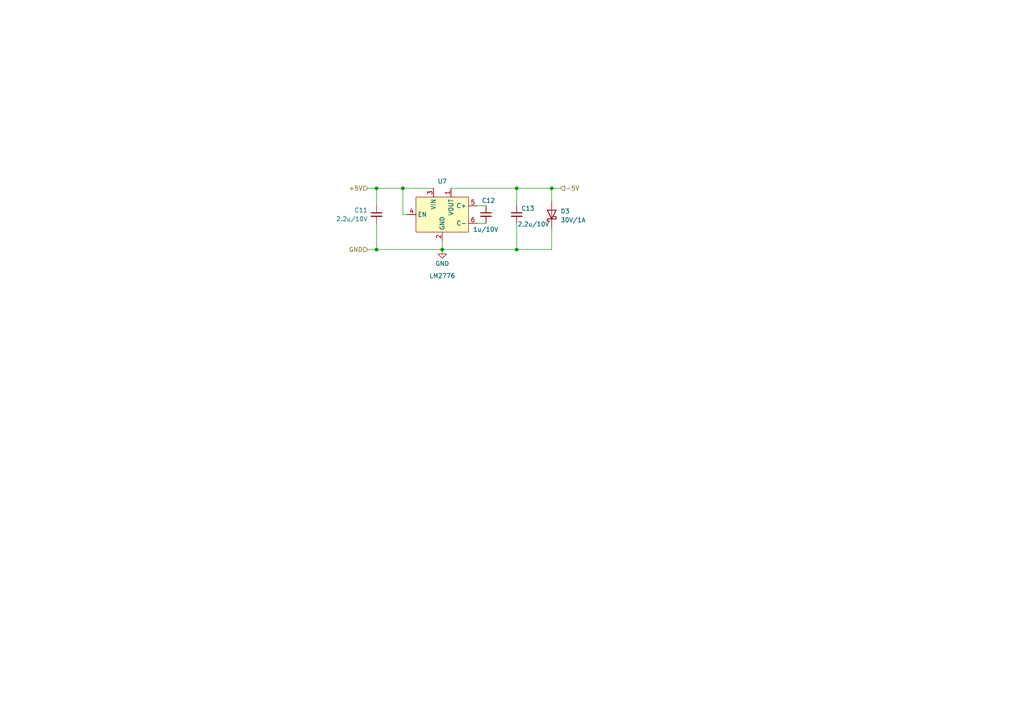
<source format=kicad_sch>
(kicad_sch (version 20231120) (generator "eeschema") (generator_version "8.0")
  (paper "A4")
  (title_block (date "2025-03-31") (rev "2"))
  (lib_symbols
    (symbol "Device:C_Small" (pin_numbers hide) (pin_names (offset 0.254) hide)
      (property "Reference" "C" (at 0.254 1.778 0))
      (property "Value" "C_Small" (at 0.254 -2.032 0))
      (symbol "C_Small_0_1"
        (polyline (pts (xy -1.524 -0.508) (xy 1.524 -0.508)) (stroke (width 0.3302)))
        (polyline (pts (xy -1.524 0.508) (xy 1.524 0.508)) (stroke (width 0.3048)))
      )
      (symbol "C_Small_1_1"
        (pin passive line (at 0 2.54 270) (length 2.032) (name "~") (number "1"))
        (pin passive line (at 0 -2.54 90) (length 2.032) (name "~") (number "2"))
      )
    )
    (symbol "Device:D_Schottky" (pin_numbers hide) (pin_names (offset 1.016) hide)
      (property "Reference" "D" (at 0 2.54 0))
      (property "Value" "D_Schottky" (at 0 -2.54 0))
      (symbol "D_Schottky_0_1"
        (polyline (pts (xy 1.27 0) (xy -1.27 0)))
        (polyline (pts (xy 1.27 1.27) (xy 1.27 -1.27) (xy -1.27 0) (xy 1.27 1.27)) (stroke (width 0.254)))
        (polyline (pts (xy -1.905 0.635) (xy -1.905 1.27) (xy -1.27 1.27) (xy -1.27 -1.27) (xy -0.635 -1.27) (xy -0.635 -0.635)) (stroke (width 0.254)))
      )
      (symbol "D_Schottky_1_1"
        (pin passive line (at -3.81 0 0) (length 2.54) (name "K") (number "1"))
        (pin passive line (at 3.81 0 180) (length 2.54) (name "A") (number "2"))
      )
    )
    (symbol "power:GND" (power) (pin_numbers hide) (pin_names (offset 0) hide)
      (property "Value" "GND" (at 0 -3.81 0))
      (symbol "GND_0_1"
        (polyline (pts (xy 0 0) (xy 0 -1.27) (xy 1.27 -1.27) (xy 0 -2.54) (xy -1.27 -1.27) (xy 0 -1.27)))
      )
      (symbol "GND_1_1"
        (pin power_in line (at 0 0 270) (length 0) (name "~") (number "1"))
      )
    )
    (symbol "ti:LM2776"
      (property "Reference" "U" (at 0.508 7.874 0))
      (property "Value" "LM2776" (at 9.398 -12.192 0))
      (symbol "LM2776_1_0"
        (pin power_out line (at 2.54 2.54 270) (length 2.54) (name "VOUT") (number "1"))
        (pin power_in line (at 0 -12.7 90) (length 2.54) (name "GND") (number "2"))
        (pin power_in line (at -2.54 2.54 270) (length 2.54) (name "VIN") (number "3"))
        (pin input line (at -10.16 -5.08 0) (length 2.54) (name "EN") (number "4"))
        (pin passive line (at 10.16 -2.54 180) (length 2.54) (name "C+") (number "5"))
        (pin passive line (at 10.16 -7.62 180) (length 2.54) (name "C-") (number "6"))
      )
      (symbol "LM2776_1_1"
        (rectangle (start -7.62 0) (end 7.62 -10.16) (fill (type background)))
      )
    )
  )
  (junction (at 109.22 72.39))
  (junction (at 116.84 54.61))
  (junction (at 128.27 72.39))
  (junction (at 149.86 54.61))
  (junction (at 109.22 54.61))
  (junction (at 160.02 54.61))
  (junction (at 149.86 72.39))
  (wire (pts (xy 116.84 62.23) (xy 116.84 54.61)))
  (wire (pts (xy 109.22 54.61) (xy 109.22 59.69)))
  (wire (pts (xy 116.84 54.61) (xy 125.73 54.61)))
  (wire (pts (xy 130.81 54.61) (xy 149.86 54.61)))
  (wire (pts (xy 138.43 64.77) (xy 140.97 64.77)))
  (wire (pts (xy 160.02 54.61) (xy 162.56 54.61)))
  (wire (pts (xy 149.86 54.61) (xy 160.02 54.61)))
  (wire (pts (xy 106.68 54.61) (xy 109.22 54.61)))
  (wire (pts (xy 149.86 64.77) (xy 149.86 72.39)))
  (wire (pts (xy 149.86 54.61) (xy 149.86 59.69)))
  (wire (pts (xy 109.22 54.61) (xy 116.84 54.61)))
  (wire (pts (xy 149.86 72.39) (xy 160.02 72.39)))
  (wire (pts (xy 106.68 72.39) (xy 109.22 72.39)))
  (wire (pts (xy 109.22 72.39) (xy 128.27 72.39)))
  (wire (pts (xy 118.11 62.23) (xy 116.84 62.23)))
  (wire (pts (xy 138.43 59.69) (xy 140.97 59.69)))
  (wire (pts (xy 160.02 66.04) (xy 160.02 72.39)))
  (wire (pts (xy 128.27 72.39) (xy 149.86 72.39)))
  (wire (pts (xy 160.02 54.61) (xy 160.02 58.42)))
  (wire (pts (xy 109.22 64.77) (xy 109.22 72.39)))
  (wire (pts (xy 128.27 69.85) (xy 128.27 72.39)))
  (hierarchical_label "+5V" (shape input) (at 106.68 54.61 180))
  (hierarchical_label "-5V" (shape input) (at 162.56 54.61 0))
  (hierarchical_label "GND" (shape input) (at 106.68 72.39 180))
  (symbol (lib_id "Device:D_Schottky") (at 160.02 62.23 90) (unit 1)
    (property "Reference" "D3" (at 162.56 61.2774 90) (effects (justify right)))
    (property "Value" "30V/1A" (at 162.56 63.8174 90) (effects (justify right)))
    (property "Footprint" "murata:CR_60M-60_ROM-M" (effects (hide yes)))
    (property "Description" "Schottky diode" (effects (hide yes)))
    (instances (project "" (path "" (reference "D3") (unit 1))) (project "" (path "" (reference "D3") (unit 1))) (project "" (path "" (reference "D1") (unit 1))))
  )
  (symbol (lib_id "Device:C_Small") (at 109.22 62.23 0) (mirror y) (unit 1)
    (property "Reference" "C11" (at 106.68 60.9662 0) (effects (justify left)))
    (property "Value" "2.2u/10V" (at 106.68 63.5062 0) (effects (justify left)))
    (property "Footprint" "Capacitor_SMD:C_0603_1608Metric_Pad1.08x0.95mm_HandSolder" (effects (hide yes)))
    (property "Description" "Unpolarized capacitor, small symbol" (effects (hide yes)))
    (instances (project "" (path "" (reference "C11") (unit 1))) (project "" (path "" (reference "C6") (unit 1))) (project "" (path "" (reference "C1") (unit 1))))
  )
  (symbol (lib_id "Device:C_Small") (at 149.86 62.23 0) (unit 1)
    (property "Reference" "C13" (at 151.13 60.452 0) (effects (justify left)))
    (property "Value" "2.2u/10V" (at 150.114 65.024 0) (effects (justify left)))
    (property "Footprint" "Capacitor_SMD:C_0603_1608Metric_Pad1.08x0.95mm_HandSolder" (effects (hide yes)))
    (property "Description" "Unpolarized capacitor, small symbol" (effects (hide yes)))
    (instances (project "" (path "" (reference "C13") (unit 1))) (project "" (path "" (reference "C8") (unit 1))) (project "" (path "" (reference "C3") (unit 1))))
  )
  (symbol (lib_id "ti:LM2776") (at 128.27 57.15 0) (unit 1)
    (property "Reference" "U7" (at 128.27 52.578 0))
    (property "Value" "LM2776" (at 128.27 80.01 0))
    (property "Footprint" "ti:DBV0006A_M" (effects (hide yes)))
    (property "Datasheet" "https://www.ti.com/lit/ds/symlink/lm2776.pdf" (effects (hide yes)))
    (property "Description" "Switched Capacitor Inverter" (effects (hide yes)))
    (instances (project "" (path "" (reference "U7") (unit 1))) (project "" (path "" (reference "U4") (unit 1))) (project "" (path "" (reference "U1") (unit 1))))
  )
  (symbol (lib_id "power:GND") (at 128.27 72.39 0) (unit 1)
    (property "Reference" "#PWR040" (effects (hide yes)))
    (property "Value" "GND" (at 128.27 76.454 0))
    (property "Description" "Power symbol creates a global label with name \"GND\" , ground" (effects (hide yes)))
    (instances (project "" (path "" (reference "#PWR040") (unit 1))) (project "" (path "" (reference "#PWR021") (unit 1))) (project "dcdc-5v" (path "" (reference "#PWR02") (unit 1))) (project "" (path "" (reference "#PWR021") (unit 1))))
  )
  (symbol (lib_id "Device:C_Small") (at 140.97 62.23 0) (unit 1)
    (property "Reference" "C12" (at 139.7 58.166 0) (effects (justify left)))
    (property "Value" "1u/10V" (at 137.16 66.548 0) (effects (justify left)))
    (property "Footprint" "Capacitor_SMD:C_0603_1608Metric_Pad1.08x0.95mm_HandSolder" (effects (hide yes)))
    (property "Description" "Unpolarized capacitor, small symbol" (effects (hide yes)))
    (instances (project "" (path "" (reference "C12") (unit 1))) (project "bionic-p8080" (path "" (reference "C7") (unit 1))))
  )
)
</source>
